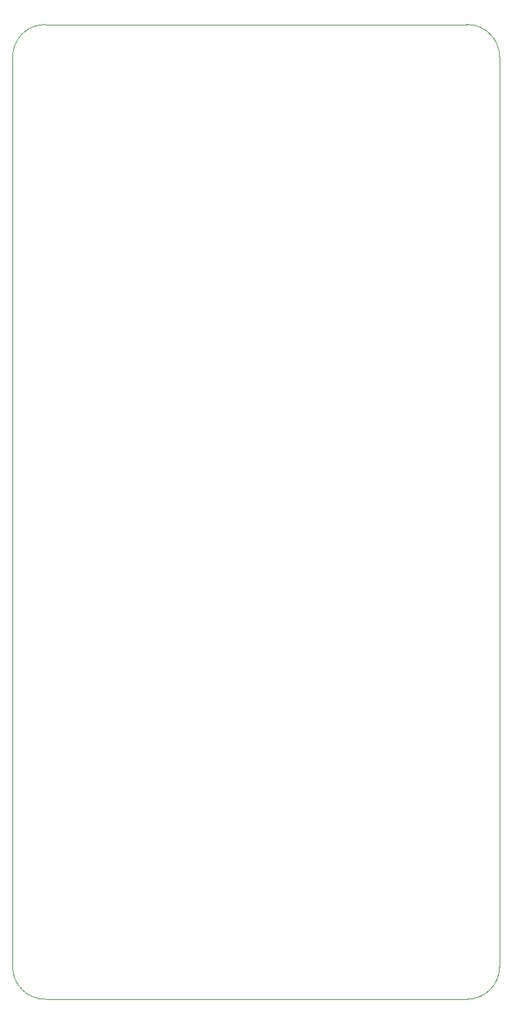
<source format=gbr>
%TF.GenerationSoftware,KiCad,Pcbnew,(6.0.7)*%
%TF.CreationDate,2022-10-06T21:29:34+03:00*%
%TF.ProjectId,ESP8266Tetris,45535038-3236-4365-9465-747269732e6b,1.0*%
%TF.SameCoordinates,Original*%
%TF.FileFunction,Profile,NP*%
%FSLAX46Y46*%
G04 Gerber Fmt 4.6, Leading zero omitted, Abs format (unit mm)*
G04 Created by KiCad (PCBNEW (6.0.7)) date 2022-10-06 21:29:34*
%MOMM*%
%LPD*%
G01*
G04 APERTURE LIST*
%TA.AperFunction,Profile*%
%ADD10C,0.100000*%
%TD*%
G04 APERTURE END LIST*
D10*
X104000000Y-30000000D02*
X156000000Y-30000000D01*
X156000000Y-150000000D02*
X104000000Y-150000000D01*
X100000000Y-146000000D02*
G75*
G03*
X104000000Y-150000000I4000000J0D01*
G01*
X104000000Y-30000000D02*
G75*
G03*
X100000000Y-34000000I0J-4000000D01*
G01*
X156000000Y-150000000D02*
G75*
G03*
X160000000Y-146000000I0J4000000D01*
G01*
X160000000Y-34000000D02*
X160000000Y-146000000D01*
X160000000Y-34000000D02*
G75*
G03*
X156000000Y-30000000I-4000000J0D01*
G01*
X100000000Y-146000000D02*
X100000000Y-34000000D01*
M02*

</source>
